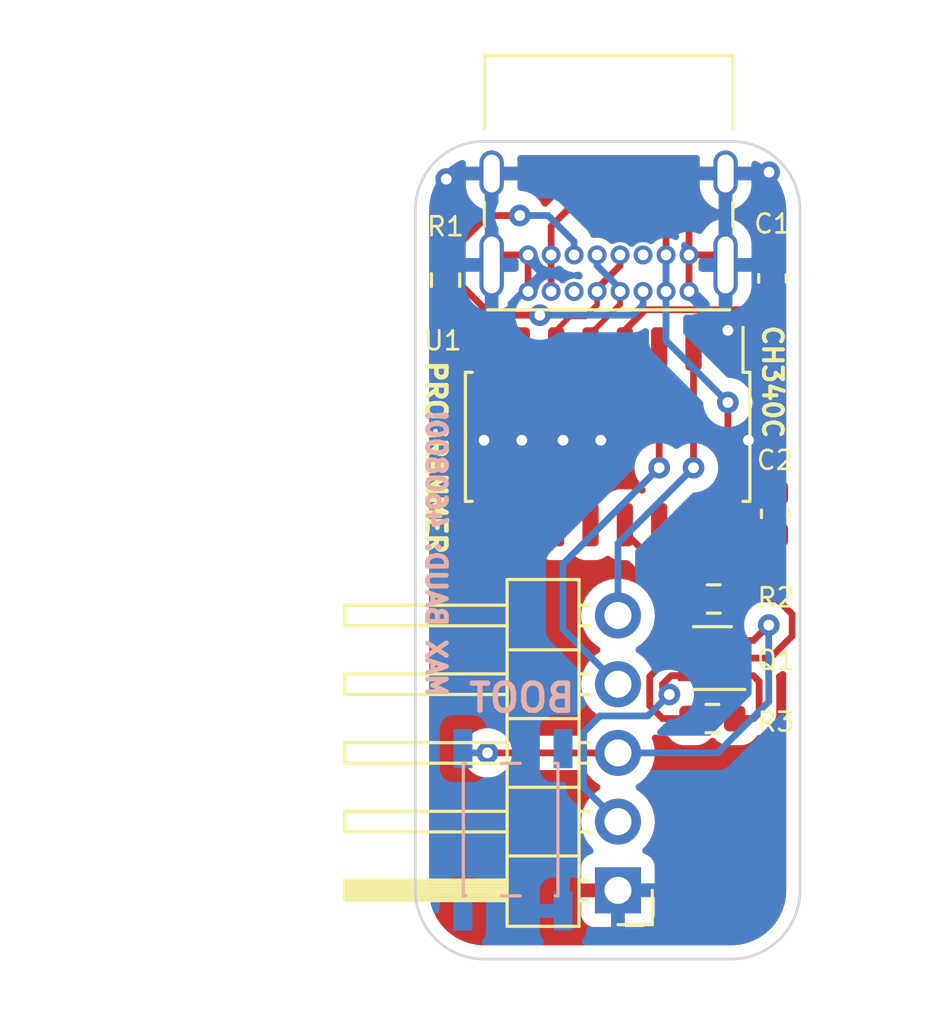
<source format=kicad_pcb>
(kicad_pcb (version 20211014) (generator pcbnew)
  (layers (0 "F.Cu" signal) (31 "B.Cu" signal) (34 "B.Paste" user) (35 "F.Paste" user) (36 "B.SilkS" user "B.Silkscreen") (37 "F.SilkS" user "F.Silkscreen") (38 "B.Mask" user) (39 "F.Mask" user) (44 "Edge.Cuts" user))
  (net 0 "")
  (net 1 "GND")
  (net 2 "USB_VBUS")
  (net 3 "Net-(J1-PadA5)")
  (net 4 "USB_D+")
  (net 5 "USB_D-")
  (net 8 "TXD")
  (net 9 "RXD")
  (net 10 "GPIO0")
  (net 11 "CHIP_PU")
  (net 12 "RTS")
  (net 13 "Net-(Q1-Pad2)")
  (net 14 "DTR")
  (net 15 "Net-(Q1-Pad5)")
  (net 16 "Net-(C1-Pad1)")
  (footprint "Package_SO:SOP-16_4.55x10.3mm_P1.27mm" (layer "F.Cu") (at 137.668 61.976 -90)
    (fp_text reference "U1" (at -3.556 6.096 180) (layer "F.SilkS") (effects (font (size 0.7 0.7) (thickness 0.1))))
    (fp_text value "CH340C")
    (fp_line (start 2.385 5.26) (end 2.385 5.005) (layer "F.SilkS") (width 0.12))
    (fp_line (start -2.385 -5.005) (end -4.05 -5.005) (layer "F.SilkS") (width 0.12))
    (fp_line (start 0 5.26) (end 2.385 5.26) (layer "F.SilkS") (width 0.12))
    (fp_line (start 0 5.26) (end -2.385 5.26) (layer "F.SilkS") (width 0.12))
    (fp_line (start -2.385 5.26) (end -2.385 5.005) (layer "F.SilkS") (width 0.12))
    (fp_line (start -2.385 -5.26) (end -2.385 -5.005) (layer "F.SilkS") (width 0.12))
    (fp_line (start 2.385 -5.26) (end 2.385 -5.005) (layer "F.SilkS") (width 0.12))
    (fp_line (start 0 -5.26) (end 2.385 -5.26) (layer "F.SilkS") (width 0.12))
    (fp_line (start 0 -5.26) (end -2.385 -5.26) (layer "F.SilkS") (width 0.12))
    (pad "1" smd roundrect (at -3.25 -4.445 270) (size 1.6 0.6) (layers "F.Cu" "F.Paste" "F.Mask") (net 1 "GND"))
    (pad "2" smd roundrect (at -3.25 -3.175 270) (size 1.6 0.6) (layers "F.Cu" "F.Paste" "F.Mask") (net 8 "TXD"))
    (pad "3" smd roundrect (at -3.25 -1.905 270) (size 1.6 0.6) (layers "F.Cu" "F.Paste" "F.Mask") (net 9 "RXD"))
    (pad "4" smd roundrect (at -3.25 -0.635 270) (size 1.6 0.6) (layers "F.Cu" "F.Paste" "F.Mask") (net 16 "Net-(C1-Pad1)"))
    (pad "5" smd roundrect (at -3.25 0.635 270) (size 1.6 0.6) (layers "F.Cu" "F.Paste" "F.Mask") (net 4 "USB_D+"))
    (pad "6" smd roundrect (at -3.25 1.905 270) (size 1.6 0.6) (layers "F.Cu" "F.Paste" "F.Mask") (net 5 "USB_D-"))
    (pad "7" smd roundrect (at -3.25 3.175 270) (size 1.6 0.6) (layers "F.Cu" "F.Paste" "F.Mask"))
    (pad "8" smd roundrect (at -3.25 4.445 270) (size 1.6 0.6) (layers "F.Cu" "F.Paste" "F.Mask"))
    (pad "9" smd roundrect (at 3.25 4.445 270) (size 1.6 0.6) (layers "F.Cu" "F.Paste" "F.Mask"))
    (pad "10" smd roundrect (at 3.25 3.175 270) (size 1.6 0.6) (layers "F.Cu" "F.Paste" "F.Mask"))
    (pad "11" smd roundrect (at 3.25 1.905 270) (size 1.6 0.6) (layers "F.Cu" "F.Paste" "F.Mask"))
    (pad "12" smd roundrect (at 3.25 0.635 270) (size 1.6 0.6) (layers "F.Cu" "F.Paste" "F.Mask"))
    (pad "13" smd roundrect (at 3.25 -0.635 270) (size 1.6 0.6) (layers "F.Cu" "F.Paste" "F.Mask") (net 14 "DTR"))
    (pad "14" smd roundrect (at 3.25 -1.905 270) (size 1.6 0.6) (layers "F.Cu" "F.Paste" "F.Mask") (net 12 "RTS"))
    (pad "15" smd roundrect (at 3.25 -3.175 270) (size 1.6 0.6) (layers "F.Cu" "F.Paste" "F.Mask"))
    (pad "16" smd roundrect (at 3.25 -4.445 270) (size 1.6 0.6) (layers "F.Cu" "F.Paste" "F.Mask") (net 2 "USB_VBUS"))
  )
  (footprint "Connector_USB:USB_C_Receptacle_GCT_USB4085" (layer "F.Cu") (at 140.677 56.603 180)
    (fp_text reference "J1" hide)
    (fp_text value "USB_C_Receptacle_USB2.0")
    (fp_line (start -1.5 -0.68) (end 7.45 -0.68) (layer "F.SilkS") (width 0.12))
    (fp_line (start -1.62 6) (end -1.62 8.73) (layer "F.SilkS") (width 0.12))
    (fp_line (start -1.62 2.4) (end -1.62 3.3) (layer "F.SilkS") (width 0.12))
    (fp_line (start 7.57 2.4) (end 7.57 3.3) (layer "F.SilkS") (width 0.12))
    (fp_line (start -1.62 8.73) (end 7.57 8.73) (layer "F.SilkS") (width 0.12))
    (fp_line (start 7.57 6) (end 7.57 8.73) (layer "F.SilkS") (width 0.12))
    (pad "A1" thru_hole circle (at 0 0 180) (size 0.7 0.7) (drill 0.4) (layers *.Cu *.Mask) (net 1 "GND"))
    (pad "A4" thru_hole circle (at 0.85 0 180) (size 0.7 0.7) (drill 0.4) (layers *.Cu *.Mask) (net 2 "USB_VBUS"))
    (pad "A5" thru_hole circle (at 1.7 0 180) (size 0.7 0.7) (drill 0.4) (layers *.Cu *.Mask) (net 3 "Net-(J1-PadA5)"))
    (pad "A6" thru_hole circle (at 2.55 0 180) (size 0.7 0.7) (drill 0.4) (layers *.Cu *.Mask) (net 4 "USB_D+"))
    (pad "A7" thru_hole circle (at 3.4 0 180) (size 0.7 0.7) (drill 0.4) (layers *.Cu *.Mask) (net 5 "USB_D-"))
    (pad "A8" thru_hole circle (at 4.25 0 180) (size 0.7 0.7) (drill 0.4) (layers *.Cu *.Mask))
    (pad "A9" thru_hole circle (at 5.1 0 180) (size 0.7 0.7) (drill 0.4) (layers *.Cu *.Mask) (net 2 "USB_VBUS"))
    (pad "A12" thru_hole circle (at 5.95 0 180) (size 0.7 0.7) (drill 0.4) (layers *.Cu *.Mask) (net 1 "GND"))
    (pad "B1" thru_hole circle (at 5.95 1.35 180) (size 0.7 0.7) (drill 0.4) (layers *.Cu *.Mask) (net 1 "GND"))
    (pad "B4" thru_hole circle (at 5.1 1.35 180) (size 0.7 0.7) (drill 0.4) (layers *.Cu *.Mask) (net 2 "USB_VBUS"))
    (pad "B5" thru_hole circle (at 4.25 1.35 180) (size 0.7 0.7) (drill 0.4) (layers *.Cu *.Mask) (net 3 "Net-(J1-PadA5)"))
    (pad "B6" thru_hole circle (at 3.4 1.35 180) (size 0.7 0.7) (drill 0.4) (layers *.Cu *.Mask) (net 4 "USB_D+"))
    (pad "B7" thru_hole circle (at 2.55 1.35 180) (size 0.7 0.7) (drill 0.4) (layers *.Cu *.Mask) (net 5 "USB_D-"))
    (pad "B8" thru_hole circle (at 1.7 1.35 180) (size 0.7 0.7) (drill 0.4) (layers *.Cu *.Mask))
    (pad "B9" thru_hole circle (at 0.85 1.35 180) (size 0.7 0.7) (drill 0.4) (layers *.Cu *.Mask) (net 2 "USB_VBUS"))
    (pad "B12" thru_hole circle (at 0 1.35 180) (size 0.7 0.7) (drill 0.4) (layers *.Cu *.Mask) (net 1 "GND"))
    (pad "S1" thru_hole oval (at -1.35 0.98 180) (size 0.9 2.4) (drill oval 0.6 2.1) (layers *.Cu *.Mask) (net 1 "GND"))
    (pad "S1" thru_hole oval (at -1.35 4.36 180) (size 0.9 1.7) (drill oval 0.6 1.4) (layers *.Cu *.Mask) (net 1 "GND"))
    (pad "S1" thru_hole oval (at 7.3 4.36 180) (size 0.9 1.7) (drill oval 0.6 1.4) (layers *.Cu *.Mask) (net 1 "GND"))
    (pad "S1" thru_hole oval (at 7.3 0.98 180) (size 0.9 2.4) (drill oval 0.6 2.1) (layers *.Cu *.Mask) (net 1 "GND"))
  )
  (footprint "Package_TO_SOT_SMD:SOT-363_SC-70-6" (layer "F.Cu") (at 141.542 70.1548 180)
    (fp_text reference "Q1" (at -2.349 -0.0762 180) (layer "F.SilkS") (effects (font (size 0.7 0.7) (thickness 0.1))))
    (fp_text value "MBT3904")
    (fp_line (start 0.7 -1.16) (end -1.2 -1.16) (layer "F.SilkS") (width 0.12))
    (fp_line (start -0.7 1.16) (end 0.7 1.16) (layer "F.SilkS") (width 0.12))
    (pad "1" smd rect (at -0.95 -0.65 180) (size 0.65 0.4) (layers "F.Cu" "F.Paste" "F.Mask") (net 12 "RTS"))
    (pad "2" smd rect (at -0.95 0 180) (size 0.65 0.4) (layers "F.Cu" "F.Paste" "F.Mask") (net 13 "Net-(Q1-Pad2)"))
    (pad "3" smd rect (at -0.95 0.65 180) (size 0.65 0.4) (layers "F.Cu" "F.Paste" "F.Mask") (net 10 "GPIO0"))
    (pad "4" smd rect (at 0.95 0.65 180) (size 0.65 0.4) (layers "F.Cu" "F.Paste" "F.Mask") (net 14 "DTR"))
    (pad "5" smd rect (at 0.95 0 180) (size 0.65 0.4) (layers "F.Cu" "F.Paste" "F.Mask") (net 15 "Net-(Q1-Pad5)"))
    (pad "6" smd rect (at 0.95 -0.65 180) (size 0.65 0.4) (layers "F.Cu" "F.Paste" "F.Mask") (net 11 "CHIP_PU"))
  )
  (footprint "Connector_PinHeader_2.54mm:PinHeader_1x05_P2.54mm_Horizontal" (layer "F.Cu") (at 138.049 78.74 180)
    (fp_text reference "J2" hide)
    (fp_text value "TO_MUVOX")
    (fp_line (start 4.1 0.28) (end 10.1 0.28) (layer "F.SilkS") (width 0.12))
    (fp_line (start 10.1 9.78) (end 10.1 10.54) (layer "F.SilkS") (width 0.12))
    (fp_line (start 10.1 8) (end 4.1 8) (layer "F.SilkS") (width 0.12))
    (fp_line (start 4.1 0.16) (end 10.1 0.16) (layer "F.SilkS") (width 0.12))
    (fp_line (start 4.1 -1.33) (end 1.44 -1.33) (layer "F.SilkS") (width 0.12))
    (fp_line (start 4.1 4.7) (end 10.1 4.7) (layer "F.SilkS") (width 0.12))
    (fp_line (start 1.042929 2.16) (end 1.44 2.16) (layer "F.SilkS") (width 0.12))
    (fp_line (start 4.1 11.49) (end 4.1 -1.33) (layer "F.SilkS") (width 0.12))
    (fp_line (start 10.1 7.24) (end 10.1 8) (layer "F.SilkS") (width 0.12))
    (fp_line (start 1.44 -1.33) (end 1.44 11.49) (layer "F.SilkS") (width 0.12))
    (fp_line (start 1.042929 7.24) (end 1.44 7.24) (layer "F.SilkS") (width 0.12))
    (fp_line (start 4.1 -0.08) (end 10.1 -0.08) (layer "F.SilkS") (width 0.12))
    (fp_line (start 1.042929 4.7) (end 1.44 4.7) (layer "F.SilkS") (width 0.12))
    (fp_line (start 4.1 -0.38) (end 10.1 -0.38) (layer "F.SilkS") (width 0.12))
    (fp_line (start -1.27 0) (end -1.27 -1.27) (layer "F.SilkS") (width 0.12))
    (fp_line (start 1.042929 5.46) (end 1.44 5.46) (layer "F.SilkS") (width 0.12))
    (fp_line (start 1.042929 8) (end 1.44 8) (layer "F.SilkS") (width 0.12))
    (fp_line (start 1.44 3.81) (end 4.1 3.81) (layer "F.SilkS") (width 0.12))
    (fp_line (start 10.1 5.46) (end 4.1 5.46) (layer "F.SilkS") (width 0.12))
    (fp_line (start 10.1 -0.38) (end 10.1 0.38) (layer "F.SilkS") (width 0.12))
    (fp_line (start 4.1 7.24) (end 10.1 7.24) (layer "F.SilkS") (width 0.12))
    (fp_line (start 1.042929 10.54) (end 1.44 10.54) (layer "F.SilkS") (width 0.12))
    (fp_line (start 1.042929 2.92) (end 1.44 2.92) (layer "F.SilkS") (width 0.12))
    (fp_line (start 1.44 8.89) (end 4.1 8.89) (layer "F.SilkS") (width 0.12))
    (fp_line (start 10.1 2.92) (end 4.1 2.92) (layer "F.SilkS") (width 0.12))
    (fp_line (start 1.042929 9.78) (end 1.44 9.78) (layer "F.SilkS") (width 0.12))
    (fp_line (start 1.44 11.49) (end 4.1 11.49) (layer "F.SilkS") (width 0.12))
    (fp_line (start 1.11 0.38) (end 1.44 0.38) (layer "F.SilkS") (width 0.12))
    (fp_line (start 1.44 1.27) (end 4.1 1.27) (layer "F.SilkS") (width 0.12))
    (fp_line (start 4.1 -0.2) (end 10.1 -0.2) (layer "F.SilkS") (width 0.12))
    (fp_line (start 10.1 4.7) (end 10.1 5.46) (layer "F.SilkS") (width 0.12))
    (fp_line (start 4.1 2.16) (end 10.1 2.16) (layer "F.SilkS") (width 0.12))
    (fp_line (start 10.1 0.38) (end 4.1 0.38) (layer "F.SilkS") (width 0.12))
    (fp_line (start 4.1 9.78) (end 10.1 9.78) (layer "F.SilkS") (width 0.12))
    (fp_line (start -1.27 -1.27) (end 0 -1.27) (layer "F.SilkS") (width 0.12))
    (fp_line (start 10.1 10.54) (end 4.1 10.54) (layer "F.SilkS") (width 0.12))
    (fp_line (start 4.1 0.04) (end 10.1 0.04) (layer "F.SilkS") (width 0.12))
    (fp_line (start 4.1 -0.32) (end 10.1 -0.32) (layer "F.SilkS") (width 0.12))
    (fp_line (start 1.11 -0.38) (end 1.44 -0.38) (layer "F.SilkS") (width 0.12))
    (fp_line (start 10.1 2.16) (end 10.1 2.92) (layer "F.SilkS") (width 0.12))
    (fp_line (start 1.44 6.35) (end 4.1 6.35) (layer "F.SilkS") (width 0.12))
    (pad "1" thru_hole rect (at 0 0 180) (size 1.7 1.7) (drill 1) (layers *.Cu *.Mask) (net 1 "GND"))
    (pad "2" thru_hole oval (at 0 2.54 180) (size 1.7 1.7) (drill 1) (layers *.Cu *.Mask) (net 11 "CHIP_PU"))
    (pad "3" thru_hole oval (at 0 5.08 180) (size 1.7 1.7) (drill 1) (layers *.Cu *.Mask) (net 10 "GPIO0"))
    (pad "4" thru_hole oval (at 0 7.62 180) (size 1.7 1.7) (drill 1) (layers *.Cu *.Mask) (net 9 "RXD"))
    (pad "5" thru_hole oval (at 0 10.16 180) (size 1.7 1.7) (drill 1) (layers *.Cu *.Mask) (net 8 "TXD"))
  )
  (footprint "Capacitor_SMD:C_0603_1608Metric" (layer "F.Cu") (at 143.8656 64.8208 90)
    (fp_text reference "C2" (at 1.9812 0 180) (layer "F.SilkS") (effects (font (size 0.7 0.7) (thickness 0.1))))
    (fp_text value "100n")
    (fp_line (start -0.14058 -0.51) (end 0.14058 -0.51) (layer "F.SilkS") (width 0.12))
    (fp_line (start -0.14058 0.51) (end 0.14058 0.51) (layer "F.SilkS") (width 0.12))
    (pad "1" smd roundrect (at -0.775 0 90) (size 0.9 0.95) (layers "F.Cu" "F.Paste" "F.Mask") (net 2 "USB_VBUS"))
    (pad "2" smd roundrect (at 0.775 0 90) (size 0.9 0.95) (layers "F.Cu" "F.Paste" "F.Mask") (net 1 "GND"))
  )
  (footprint "Resistor_SMD:R_0603_1608Metric" (layer "F.Cu") (at 131.6736 56.1848 90)
    (fp_text reference "R1" (at 1.9812 0 180) (layer "F.SilkS") (effects (font (size 0.7 0.7) (thickness 0.1))))
    (fp_text value "5.1KΩ")
    (fp_line (start -0.237258 -0.5225) (end 0.237258 -0.5225) (layer "F.SilkS") (width 0.12))
    (fp_line (start -0.237258 0.5225) (end 0.237258 0.5225) (layer "F.SilkS") (width 0.12))
    (pad "1" smd roundrect (at -0.825 0 90) (size 0.8 0.95) (layers "F.Cu" "F.Paste" "F.Mask") (net 1 "GND"))
    (pad "2" smd roundrect (at 0.825 0 90) (size 0.8 0.95) (layers "F.Cu" "F.Paste" "F.Mask") (net 3 "Net-(J1-PadA5)"))
  )
  (footprint "Capacitor_SMD:C_0603_1608Metric" (layer "F.Cu") (at 143.764 56.121 90)
    (fp_text reference "C1" (at 2.019 0 180) (layer "F.SilkS") (effects (font (size 0.7 0.7) (thickness 0.1))))
    (fp_text value "100n")
    (fp_line (start -0.14058 0.51) (end 0.14058 0.51) (layer "F.SilkS") (width 0.12))
    (fp_line (start -0.14058 -0.51) (end 0.14058 -0.51) (layer "F.SilkS") (width 0.12))
    (pad "1" smd roundrect (at -0.775 0 90) (size 0.9 0.95) (layers "F.Cu" "F.Paste" "F.Mask") (net 16 "Net-(C1-Pad1)"))
    (pad "2" smd roundrect (at 0.775 0 90) (size 0.9 0.95) (layers "F.Cu" "F.Paste" "F.Mask") (net 1 "GND"))
  )
  (footprint "Resistor_SMD:R_0603_1608Metric" (layer "F.Cu") (at 141.5928 67.9704 180)
    (fp_text reference "R2" (at -2.2982 0.0508 180) (layer "F.SilkS") (effects (font (size 0.7 0.7) (thickness 0.1))))
    (fp_text value "10KΩ")
    (fp_line (start -0.237258 0.5225) (end 0.237258 0.5225) (layer "F.SilkS") (width 0.12))
    (fp_line (start -0.237258 -0.5225) (end 0.237258 -0.5225) (layer "F.SilkS") (width 0.12))
    (pad "1" smd roundrect (at -0.825 0 180) (size 0.8 0.95) (layers "F.Cu" "F.Paste" "F.Mask") (net 13 "Net-(Q1-Pad2)"))
    (pad "2" smd roundrect (at 0.825 0 180) (size 0.8 0.95) (layers "F.Cu" "F.Paste" "F.Mask") (net 14 "DTR"))
  )
  (footprint "Resistor_SMD:R_0603_1608Metric" (layer "F.Cu") (at 141.542 72.39)
    (fp_text reference "R3" (at 2.349 0.127 180) (layer "F.SilkS") (effects (font (size 0.7 0.7) (thickness 0.1))))
    (fp_text value "10KΩ")
    (fp_line (start -0.237258 -0.5225) (end 0.237258 -0.5225) (layer "F.SilkS") (width 0.12))
    (fp_line (start -0.237258 0.5225) (end 0.237258 0.5225) (layer "F.SilkS") (width 0.12))
    (pad "1" smd roundrect (at -0.825 0) (size 0.8 0.95) (layers "F.Cu" "F.Paste" "F.Mask") (net 15 "Net-(Q1-Pad5)"))
    (pad "2" smd roundrect (at 0.825 0) (size 0.8 0.95) (layers "F.Cu" "F.Paste" "F.Mask") (net 12 "RTS"))
  )
  (footprint "Lib:SMD_SWITCH_SPST_C318801" (layer "B.Cu") (at 133.317 77.002 90)
    (fp_text reference "BOOT" hide)
    (fp_text value "SMD_SWITCH")
    (fp_line (start -1.942 -0.888) (end -1.942 -0.988) (layer "B.SilkS") (width 0.12))
    (fp_line (start -1.942 -0.988) (end 2.958 -0.988) (layer "B.SilkS") (width 0.12))
    (fp_line (start 2.958 -0.988) (end 2.958 -0.888) (layer "B.SilkS") (width 0.12))
    (fp_line (start 2.958 1.112) (end 2.958 0.412) (layer "B.SilkS") (width 0.12))
    (fp_line (start 2.958 2.512) (end 2.958 2.412) (layer "B.SilkS") (width 0.12))
    (fp_line (start 2.958 2.512) (end -1.942 2.512) (layer "B.SilkS") (width 0.12))
    (fp_line (start -1.942 2.512) (end -1.942 2.412) (layer "B.SilkS") (width 0.12))
    (fp_line (start -1.942 1.112) (end -1.942 0.412) (layer "B.SilkS") (width 0.12))
    (pad "1" smd rect locked (at -2.5 -1 270) (size 1.45 0.7) (layers "B.Cu" "B.Paste" "B.Mask"))
    (pad "2" smd rect locked (at -2.5 2.7 90) (size 1.45 0.7) (layers "B.Cu" "B.Paste" "B.Mask") (net 1 "GND"))
    (pad "3" smd rect locked (at 3.5 -1 90) (size 1.45 0.7) (layers "B.Cu" "B.Paste" "B.Mask") (net 10 "GPIO0"))
    (pad "4" smd rect locked (at 3.5 2.7 90) (size 1.45 0.7) (layers "B.Cu" "B.Paste" "B.Mask"))
  )
  (gr_line (start 130.556 53.594) (end 130.556 78.74) (layer "Edge.Cuts") (width 0.1))
  (gr_line (start 144.78 78.74) (end 144.78 53.594) (layer "Edge.Cuts") (width 0.1))
  (gr_line (start 133.096 81.28) (end 142.24 81.28) (layer "Edge.Cuts") (width 0.1))
  (gr_arc (start 130.556 53.594) (mid 131.299949 51.797949) (end 133.096 51.054) (layer "Edge.Cuts") (width 0.1))
  (gr_arc (start 144.78 78.74) (mid 144.036051 80.536051) (end 142.24 81.28) (layer "Edge.Cuts") (width 0.1))
  (gr_line (start 142.24 51.054) (end 133.096 51.054) (layer "Edge.Cuts") (width 0.1))
  (gr_arc (start 142.24 51.054) (mid 144.036051 51.797949) (end 144.78 53.594) (layer "Edge.Cuts") (width 0.1))
  (gr_arc (start 133.096 81.28) (mid 131.299949 80.536051) (end 130.556 78.74) (layer "Edge.Cuts") (width 0.1))
  (gr_text "MAX BAUD: 460800!" (at 131.318 66.294 -90) (layer "B.SilkS") (effects (font (size 0.7 0.7) (thickness 0.175)) (justify mirror)))
  (gr_text "BOOT" (at 134.493 71.628) (layer "B.SilkS") (effects (font (size 1 1) (thickness 0.2)) (justify mirror)))
  (gr_text "CH340C" (at 143.764 59.944 270) (layer "F.SilkS") (effects (font (size 0.7 0.7))))
  (gr_text "PROGRAMMER" (at 131.318 62.738 270) (layer "F.SilkS") (effects (font (size 0.7 0.7) (thickness 0.175))))
  (segment (start 134.727 55.253) (end 133.747 55.253) (width 0.25) (layer "F.Cu") (net 1))
  (segment (start 140.677 55.253) (end 141.657 55.253) (width 0.25) (layer "F.Cu") (net 1))
  (segment (start 141.657 55.253) (end 142.027 55.623) (width 0.25) (layer "F.Cu") (net 1))
  (segment (start 140.677 56.603) (end 140.677 55.253) (width 0.25) (layer "F.Cu") (net 1))
  (segment (start 133.747 55.253) (end 133.377 55.623) (width 0.25) (layer "F.Cu") (net 1))
  (segment (start 140.677 55.253) (end 140.677 53.633) (width 0.25) (layer "F.Cu") (net 1))
  (segment (start 134.727 56.603) (end 134.727 55.253) (width 0.25) (layer "F.Cu") (net 1))
  (via (at 142.113 58.039) (size 0.8) (drill 0.4) (layers "F.Cu" "B.Cu") (net 1))
  (via (at 142.875 62.103) (size 0.8) (drill 0.4) (layers "F.Cu" "B.Cu") (net 1))
  (via (at 133.096 62.103) (size 0.8) (drill 0.4) (layers "F.Cu" "B.Cu") (net 1))
  (via (at 136.017 62.103) (size 0.8) (drill 0.4) (layers "F.Cu" "B.Cu") (net 1))
  (via (at 137.414 62.103) (size 0.8) (drill 0.4) (layers "F.Cu" "B.Cu") (net 1))
  (via (at 143.637 52.197) (size 0.8) (drill 0.4) (layers "F.Cu" "B.Cu") (net 1))
  (via (at 131.699 52.451) (size 0.8) (drill 0.4) (layers "F.Cu" "B.Cu") (net 1))
  (via (at 134.493 62.103) (size 0.8) (drill 0.4) (layers "F.Cu" "B.Cu") (net 1))
  (segment (start 135.577 54.195) (end 136.178 53.594) (width 0.25) (layer "F.Cu") (net 2))
  (segment (start 135.577 55.253) (end 135.577 54.195) (width 0.25) (layer "F.Cu") (net 2))
  (segment (start 139.827 55.253) (end 139.827 56.603) (width 0.25) (layer "F.Cu") (net 2))
  (segment (start 142.113 60.706) (end 142.113 65.226) (width 0.25) (layer "F.Cu") (net 2))
  (segment (start 142.4828 65.5958) (end 142.113 65.226) (width 0.4) (layer "F.Cu") (net 2))
  (segment (start 135.577 55.253) (end 135.577 56.603) (width 0.25) (layer "F.Cu") (net 2))
  (segment (start 139.827 54.068) (end 139.827 55.253) (width 0.25) (layer "F.Cu") (net 2))
  (segment (start 139.353 53.594) (end 139.827 54.068) (width 0.25) (layer "F.Cu") (net 2))
  (segment (start 143.8656 65.5958) (end 142.4828 65.5958) (width 0.4) (layer "F.Cu") (net 2))
  (segment (start 136.178 53.594) (end 139.353 53.594) (width 0.25) (layer "F.Cu") (net 2))
  (via (at 142.113 60.706) (size 0.8) (drill 0.4) (layers "F.Cu" "B.Cu") (net 2))
  (segment (start 139.827 58.42) (end 142.113 60.706) (width 0.25) (layer "B.Cu") (net 2))
  (segment (start 139.827 55.253) (end 139.827 58.132) (width 0.25) (layer "B.Cu") (net 2))
  (segment (start 139.827 56.603) (end 139.827 58.42) (width 0.25) (layer "B.Cu") (net 2))
  (segment (start 135.159029 57.479627) (end 133.36021 57.479627) (width 0.25) (layer "F.Cu") (net 3))
  (segment (start 133.2362 53.7972) (end 134.4168 53.7972) (width 0.25) (layer "F.Cu") (net 3))
  (segment (start 131.6736 55.793017) (end 131.6736 55.3598) (width 0.25) (layer "F.Cu") (net 3))
  (segment (start 131.6736 55.3598) (end 133.2362 53.7972) (width 0.25) (layer "F.Cu") (net 3))
  (segment (start 133.36021 57.479627) (end 131.6736 55.793017) (width 0.25) (layer "F.Cu") (net 3))
  (via (at 134.4168 53.7972) (size 0.8) (drill 0.4) (layers "F.Cu" "B.Cu") (net 3))
  (via (at 135.159029 57.479627) (size 0.8) (drill 0.4) (layers "F.Cu" "B.Cu") (net 3))
  (segment (start 138.595347 57.479627) (end 135.159029 57.479627) (width 0.25) (layer "B.Cu") (net 3))
  (segment (start 138.977 56.603) (end 138.977 57.097974) (width 0.25) (layer "B.Cu") (net 3))
  (segment (start 136.427 54.758026) (end 136.427 55.253) (width 0.25) (layer "B.Cu") (net 3))
  (segment (start 134.4168 53.7972) (end 135.466174 53.7972) (width 0.25) (layer "B.Cu") (net 3))
  (segment (start 138.977 57.097974) (end 138.595347 57.479627) (width 0.25) (layer "B.Cu") (net 3))
  (segment (start 135.466174 53.7972) (end 136.427 54.758026) (width 0.25) (layer "B.Cu") (net 3))
  (segment (start 138.127 56.603) (end 138.127 57.097974) (width 0.2) (layer "F.Cu") (net 4))
  (segment (start 137.033 58.166) (end 138.127 57.072) (width 0.2) (layer "F.Cu") (net 4))
  (segment (start 137.033 58.726) (end 137.033 58.166) (width 0.2) (layer "F.Cu") (net 4))
  (segment (start 138.127 57.072) (end 138.127 56.603) (width 0.2) (layer "F.Cu") (net 4))
  (segment (start 137.277 55.649096) (end 138.127 56.499096) (width 0.25) (layer "B.Cu") (net 4))
  (segment (start 138.127 56.499096) (end 138.127 56.603) (width 0.25) (layer "B.Cu") (net 4))
  (segment (start 137.277 55.253) (end 137.277 55.649096) (width 0.25) (layer "B.Cu") (net 4))
  (segment (start 135.763 58.726) (end 135.763 58.039) (width 0.2) (layer "F.Cu") (net 5))
  (segment (start 137.277 56.603) (end 137.277 56.813) (width 0.25) (layer "F.Cu") (net 5))
  (segment (start 135.763 58.039) (end 136.271 57.531) (width 0.2) (layer "F.Cu") (net 5))
  (segment (start 136.843974 57.531) (end 137.277 57.097974) (width 0.2) (layer "F.Cu") (net 5))
  (segment (start 136.271 57.531) (end 136.843974 57.531) (width 0.2) (layer "F.Cu") (net 5))
  (segment (start 138.127 55.253) (end 138.127 55.649096) (width 0.25) (layer "F.Cu") (net 5))
  (segment (start 137.277 57.097974) (end 137.277 56.603) (width 0.2) (layer "F.Cu") (net 5))
  (segment (start 138.127 55.649096) (end 137.277 56.499096) (width 0.25) (layer "F.Cu") (net 5))
  (segment (start 137.277 56.499096) (end 137.277 56.603) (width 0.25) (layer "F.Cu") (net 5))
  (segment (start 140.843 58.726) (end 140.843 63.119) (width 0.25) (layer "F.Cu") (net 8))
  (via (at 140.843 63.119) (size 0.8) (drill 0.4) (layers "F.Cu" "B.Cu") (net 8))
  (segment (start 138.049 65.913) (end 140.843 63.119) (width 0.25) (layer "B.Cu") (net 8))
  (segment (start 138.049 68.58) (end 138.049 65.913) (width 0.25) (layer "B.Cu") (net 8))
  (segment (start 139.573 58.726) (end 139.573 63.119) (width 0.25) (layer "F.Cu") (net 9))
  (via (at 139.573 63.119) (size 0.8) (drill 0.4) (layers "F.Cu" "B.Cu") (net 9))
  (segment (start 136.017 66.675) (end 136.017 69.088) (width 0.25) (layer "B.Cu") (net 9))
  (segment (start 139.573 63.119) (end 136.017 66.675) (width 0.25) (layer "B.Cu") (net 9))
  (segment (start 136.017 69.088) (end 138.049 71.12) (width 0.25) (layer "B.Cu") (net 9))
  (segment (start 142.492 69.5048) (end 143.0556 69.5048) (width 0.25) (layer "F.Cu") (net 10))
  (segment (start 143.0556 69.5048) (end 143.6248 68.9356) (width 0.25) (layer "F.Cu") (net 10))
  (segment (start 138.049 73.66) (end 133.223 73.66) (width 0.25) (layer "F.Cu") (net 10))
  (via (at 133.223 73.66) (size 0.8) (drill 0.4) (layers "F.Cu" "B.Cu") (net 10))
  (via (at 143.6248 68.9356) (size 0.8) (drill 0.4) (layers "F.Cu" "B.Cu") (net 10))
  (segment (start 141.732 73.66) (end 138.049 73.66) (width 0.25) (layer "B.Cu") (net 10))
  (segment (start 143.6248 68.9356) (end 143.6248 71.7672) (width 0.25) (layer "B.Cu") (net 10))
  (segment (start 143.6248 71.7672) (end 141.732 73.66) (width 0.25) (layer "B.Cu") (net 10))
  (segment (start 132.475 73.66) (end 132.317 73.502) (width 0.25) (layer "B.Cu") (net 10))
  (segment (start 133.223 73.66) (end 132.475 73.66) (width 0.25) (layer "B.Cu") (net 10))
  (segment (start 140.592 70.8048) (end 140.0152 70.8048) (width 0.25) (layer "F.Cu") (net 11))
  (segment (start 139.7 71.252989) (end 139.948011 71.501) (width 0.25) (layer "F.Cu") (net 11))
  (segment (start 139.7 71.12) (end 139.7 71.252989) (width 0.25) (layer "F.Cu") (net 11))
  (segment (start 140.0152 70.8048) (end 139.7 71.12) (width 0.25) (layer "F.Cu") (net 11))
  (via (at 139.948011 71.501) (size 0.8) (drill 0.4) (layers "F.Cu" "B.Cu") (net 11))
  (segment (start 139.1545 72.294511) (end 137.382489 72.294511) (width 0.25) (layer "B.Cu") (net 11))
  (segment (start 136.779 74.93) (end 138.049 76.2) (width 0.25) (layer "B.Cu") (net 11))
  (segment (start 139.948011 71.501) (end 139.1545 72.294511) (width 0.25) (layer "B.Cu") (net 11))
  (segment (start 137.382489 72.294511) (end 136.779 72.898) (width 0.25) (layer "B.Cu") (net 11))
  (segment (start 136.779 72.898) (end 136.779 74.93) (width 0.25) (layer "B.Cu") (net 11))
  (segment (start 143.2692 72.1868) (end 143.066 72.39) (width 0.25) (layer "F.Cu") (net 12))
  (segment (start 139.573 65.226) (end 139.573 65.7098) (width 0.25) (layer "F.Cu") (net 12))
  (segment (start 143.0556 70.8048) (end 143.2692 71.0184) (width 0.25) (layer "F.Cu") (net 12))
  (segment (start 143.066 72.39) (end 142.367 72.39) (width 0.25) (layer "F.Cu") (net 12))
  (segment (start 141.6436 70.3072) (end 142.1412 70.8048) (width 0.25) (layer "F.Cu") (net 12))
  (segment (start 139.573 65.427072) (end 141.6436 67.497672) (width 0.25) (layer "F.Cu") (net 12))
  (segment (start 142.1412 70.8048) (end 142.492 70.8048) (width 0.25) (layer "F.Cu") (net 12))
  (segment (start 143.2692 71.0184) (end 143.2692 72.1868) (width 0.25) (layer "F.Cu") (net 12))
  (segment (start 142.492 70.8048) (end 143.0556 70.8048) (width 0.25) (layer "F.Cu") (net 12))
  (segment (start 141.6436 67.497672) (end 141.6436 70.3072) (width 0.25) (layer "F.Cu") (net 12))
  (segment (start 139.573 65.226) (end 139.573 65.427072) (width 0.25) (layer "F.Cu") (net 12))
  (segment (start 142.492 70.1548) (end 143.6756 70.1548) (width 0.25) (layer "F.Cu") (net 13))
  (segment (start 144.4884 69.342) (end 144.4884 68.5292) (width 0.25) (layer "F.Cu") (net 13))
  (segment (start 143.9296 67.9704) (end 142.4178 67.9704) (width 0.25) (layer "F.Cu") (net 13))
  (segment (start 143.6756 70.1548) (end 144.4884 69.342) (width 0.25) (layer "F.Cu") (net 13))
  (segment (start 144.4884 68.5292) (end 143.9296 67.9704) (width 0.25) (layer "F.Cu") (net 13))
  (segment (start 138.303 65.226) (end 138.303 65.5056) (width 0.25) (layer "F.Cu") (net 14))
  (segment (start 138.303 65.5056) (end 140.7678 67.9704) (width 0.25) (layer "F.Cu") (net 14))
  (segment (start 140.7678 69.329) (end 140.592 69.5048) (width 0.25) (layer "F.Cu") (net 14))
  (segment (start 138.303 65.226) (end 138.303 65.7728) (width 0.25) (layer "F.Cu") (net 14))
  (segment (start 140.7678 67.9704) (end 140.7678 69.329) (width 0.25) (layer "F.Cu") (net 14))
  (segment (start 139.7 72.39) (end 140.717 72.39) (width 0.25) (layer "F.Cu") (net 15))
  (segment (start 140.592 70.1548) (end 139.9032 70.1548) (width 0.25) (layer "F.Cu") (net 15))
  (segment (start 139.223511 71.913511) (end 139.7 72.39) (width 0.25) (layer "F.Cu") (net 15))
  (segment (start 139.223511 70.834489) (end 139.223511 71.913511) (width 0.25) (layer "F.Cu") (net 15))
  (segment (start 139.9032 70.1548) (end 139.223511 70.834489) (width 0.25) (layer "F.Cu") (net 15))
  (segment (start 138.303 58.039) (end 139.064489 57.277511) (width 0.25) (layer "F.Cu") (net 16))
  (segment (start 139.064489 57.277511) (end 143.382489 57.277511) (width 0.25) (layer "F.Cu") (net 16))
  (segment (start 143.382489 57.277511) (end 143.764 56.896) (width 0.25) (layer "F.Cu") (net 16))
  (segment (start 138.303 58.726) (end 138.303 58.039) (width 0.25) (layer "F.Cu") (net 16))
  (zone (net 1) (net_name "GND") (layers F&B.Cu) (connect_pads (clearance 0.508)) (min_thickness 0.254) (fill yes (thermal_gap 0.508) (thermal_bridge_width 0.508))
    (polygon (pts (xy 149.606 83.693) (xy 128.397 83.693) (xy 128.397 49.53) (xy 149.606 49.53)))
  )
)
</source>
